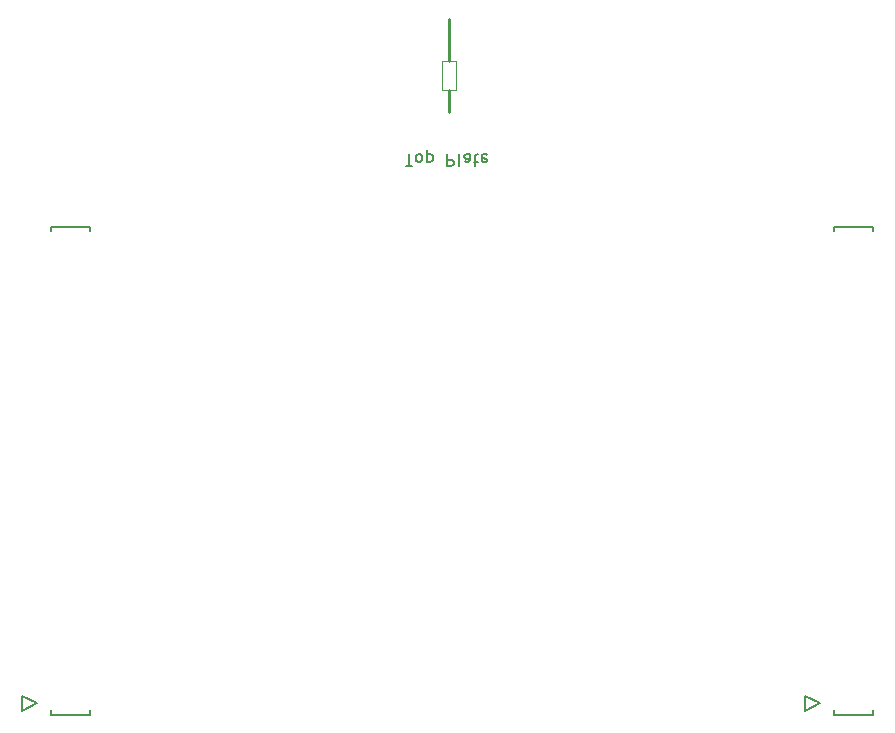
<source format=gbr>
G04 #@! TF.GenerationSoftware,KiCad,Pcbnew,5.1.9-73d0e3b20d~88~ubuntu20.04.1*
G04 #@! TF.CreationDate,2021-04-15T14:42:54-07:00*
G04 #@! TF.ProjectId,PD_ElectrodeBoard_v6,50445f45-6c65-4637-9472-6f6465426f61,6.1*
G04 #@! TF.SameCoordinates,Original*
G04 #@! TF.FileFunction,Legend,Bot*
G04 #@! TF.FilePolarity,Positive*
%FSLAX46Y46*%
G04 Gerber Fmt 4.6, Leading zero omitted, Abs format (unit mm)*
G04 Created by KiCad (PCBNEW 5.1.9-73d0e3b20d~88~ubuntu20.04.1) date 2021-04-15 14:42:54*
%MOMM*%
%LPD*%
G01*
G04 APERTURE LIST*
%ADD10C,0.150000*%
%ADD11C,0.250000*%
%ADD12C,0.120000*%
%ADD13C,0.152400*%
G04 APERTURE END LIST*
D10*
X195350000Y-61197619D02*
X195921428Y-61197619D01*
X195635714Y-60197619D02*
X195635714Y-61197619D01*
X196397619Y-60197619D02*
X196302380Y-60245238D01*
X196254761Y-60292857D01*
X196207142Y-60388095D01*
X196207142Y-60673809D01*
X196254761Y-60769047D01*
X196302380Y-60816666D01*
X196397619Y-60864285D01*
X196540476Y-60864285D01*
X196635714Y-60816666D01*
X196683333Y-60769047D01*
X196730952Y-60673809D01*
X196730952Y-60388095D01*
X196683333Y-60292857D01*
X196635714Y-60245238D01*
X196540476Y-60197619D01*
X196397619Y-60197619D01*
X197159523Y-60864285D02*
X197159523Y-59864285D01*
X197159523Y-60816666D02*
X197254761Y-60864285D01*
X197445238Y-60864285D01*
X197540476Y-60816666D01*
X197588095Y-60769047D01*
X197635714Y-60673809D01*
X197635714Y-60388095D01*
X197588095Y-60292857D01*
X197540476Y-60245238D01*
X197445238Y-60197619D01*
X197254761Y-60197619D01*
X197159523Y-60245238D01*
X198826190Y-60197619D02*
X198826190Y-61197619D01*
X199207142Y-61197619D01*
X199302380Y-61150000D01*
X199350000Y-61102380D01*
X199397619Y-61007142D01*
X199397619Y-60864285D01*
X199350000Y-60769047D01*
X199302380Y-60721428D01*
X199207142Y-60673809D01*
X198826190Y-60673809D01*
X199969047Y-60197619D02*
X199873809Y-60245238D01*
X199826190Y-60340476D01*
X199826190Y-61197619D01*
X200778571Y-60197619D02*
X200778571Y-60721428D01*
X200730952Y-60816666D01*
X200635714Y-60864285D01*
X200445238Y-60864285D01*
X200350000Y-60816666D01*
X200778571Y-60245238D02*
X200683333Y-60197619D01*
X200445238Y-60197619D01*
X200350000Y-60245238D01*
X200302380Y-60340476D01*
X200302380Y-60435714D01*
X200350000Y-60530952D01*
X200445238Y-60578571D01*
X200683333Y-60578571D01*
X200778571Y-60626190D01*
X201111904Y-60864285D02*
X201492857Y-60864285D01*
X201254761Y-61197619D02*
X201254761Y-60340476D01*
X201302380Y-60245238D01*
X201397619Y-60197619D01*
X201492857Y-60197619D01*
X202207142Y-60245238D02*
X202111904Y-60197619D01*
X201921428Y-60197619D01*
X201826190Y-60245238D01*
X201778571Y-60340476D01*
X201778571Y-60721428D01*
X201826190Y-60816666D01*
X201921428Y-60864285D01*
X202111904Y-60864285D01*
X202207142Y-60816666D01*
X202254761Y-60721428D01*
X202254761Y-60626190D01*
X201778571Y-60530952D01*
D11*
X199000000Y-54750000D02*
X199000000Y-56650000D01*
D12*
X198400000Y-54750000D02*
X198400000Y-54750000D01*
X198400000Y-52350000D02*
X198400000Y-54750000D01*
X199600000Y-52350000D02*
X198400000Y-52350000D01*
X199600000Y-54750000D02*
X199600000Y-52350000D01*
X198400000Y-54750000D02*
X199600000Y-54750000D01*
D11*
X199000000Y-52350000D02*
X199000000Y-48750000D01*
D13*
X230452660Y-106685000D02*
X229182660Y-106050000D01*
X229182660Y-106050000D02*
X229182660Y-107320000D01*
X229182660Y-107320000D02*
X230452660Y-106685000D01*
X234951000Y-66337100D02*
X231649000Y-66337100D01*
X231649000Y-66337100D02*
X231649000Y-66753660D01*
X231649000Y-107662900D02*
X234951000Y-107662900D01*
X234951000Y-107662900D02*
X234951000Y-107246340D01*
X231649000Y-107246340D02*
X231649000Y-107662900D01*
X234951000Y-66753660D02*
X234951000Y-66337100D01*
X164152660Y-106685000D02*
X162882660Y-106050000D01*
X162882660Y-106050000D02*
X162882660Y-107320000D01*
X162882660Y-107320000D02*
X164152660Y-106685000D01*
X168651000Y-66337100D02*
X165349000Y-66337100D01*
X165349000Y-66337100D02*
X165349000Y-66753660D01*
X165349000Y-107662900D02*
X168651000Y-107662900D01*
X168651000Y-107662900D02*
X168651000Y-107246340D01*
X165349000Y-107246340D02*
X165349000Y-107662900D01*
X168651000Y-66753660D02*
X168651000Y-66337100D01*
M02*

</source>
